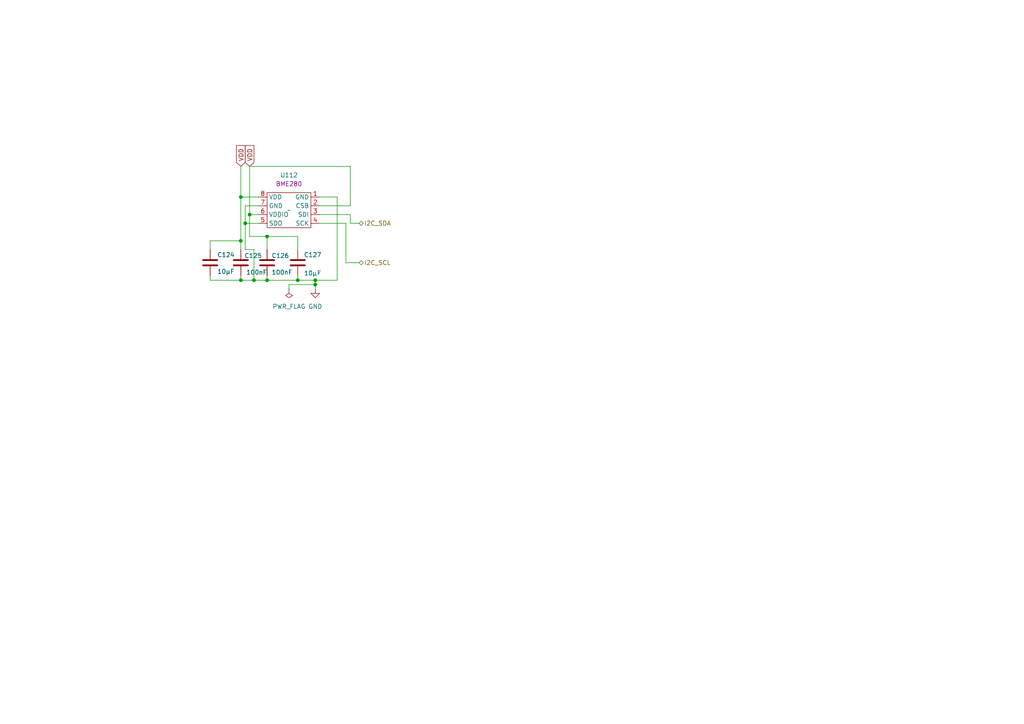
<source format=kicad_sch>
(kicad_sch (version 20231120) (generator "eeschema") (generator_version "8.0")
  (paper "A4")
  (lib_symbols
    (symbol "Device:C" (pin_numbers hide) (pin_names (offset 0.254))
      (property "Reference" "C" (at 0.635 2.54 0))
      (property "Value" "C" (at 0.635 -2.54 0))
      (symbol "C_0_1"
        (polyline (pts (xy -2.032 -0.762) (xy 2.032 -0.762)) (stroke (width 0.508)))
        (polyline (pts (xy -2.032 0.762) (xy 2.032 0.762)) (stroke (width 0.508)))
      )
      (symbol "C_1_1"
        (pin passive line (at 0 3.81 270) (length 2.794) (name "~") (number "1"))
        (pin passive line (at 0 -3.81 90) (length 2.794) (name "~") (number "2"))
      )
    )
    (symbol "WOBCLibrary:BME280"
      (property "Reference" "U" (at 0 10.16 0))
      (property "シンボル名" "BME280" (at 0 7.62 0))
      (symbol "BME280_0_1"
        (rectangle (start -6.35 5.08) (end 6.35 -5.08))
      )
      (symbol "BME280_1_1"
        (pin input line (at 8.89 3.81 180) (length 2.54) (name "GND") (number "1"))
        (pin input line (at 8.89 1.27 180) (length 2.54) (name "CSB") (number "2"))
        (pin input line (at 8.89 -1.27 180) (length 2.54) (name "SDI") (number "3"))
        (pin input line (at 8.89 -3.81 180) (length 2.54) (name "SCK") (number "4"))
        (pin input line (at -8.89 -3.81 0) (length 2.54) (name "SDO") (number "5"))
        (pin input line (at -8.89 -1.27 0) (length 2.54) (name "VDDIO") (number "6"))
        (pin input line (at -8.89 1.27 0) (length 2.54) (name "GND") (number "7"))
        (pin input line (at -8.89 3.81 0) (length 2.54) (name "VDD") (number "8"))
      )
    )
    (symbol "power:GND" (power) (pin_names (offset 0))
      (property "Value" "GND" (at 0 -3.81 0))
      (symbol "GND_0_1"
        (polyline (pts (xy 0 0) (xy 0 -1.27) (xy 1.27 -1.27) (xy 0 -2.54) (xy -1.27 -1.27) (xy 0 -1.27)))
      )
      (symbol "GND_1_1"
        (pin power_in line (at 0 0 270) (length 0) hide (name "GND") (number "1"))
      )
    )
    (symbol "power:PWR_FLAG" (power) (pin_numbers hide) (pin_names (offset 0) hide)
      (property "Value" "PWR_FLAG" (at 0 3.81 0))
      (symbol "PWR_FLAG_0_0"
        (pin power_out line (at 0 0 90) (length 0) (name "pwr") (number "1"))
      )
      (symbol "PWR_FLAG_0_1"
        (polyline (pts (xy 0 0) (xy 0 1.27) (xy -1.016 1.905) (xy 0 2.54) (xy 1.016 1.905) (xy 0 1.27)))
      )
    )
  )
  (junction (at 86.36 81.28))
  (junction (at 69.85 69.85))
  (junction (at 77.47 81.28))
  (junction (at 77.47 68.58))
  (junction (at 71.12 64.77))
  (junction (at 69.85 57.15))
  (junction (at 73.66 81.28))
  (junction (at 69.85 81.28))
  (junction (at 91.44 81.28))
  (junction (at 91.44 82.55))
  (junction (at 72.39 62.23))
  (wire (pts (xy 101.6 64.77) (xy 104.14 64.77)))
  (wire (pts (xy 73.66 81.28) (xy 77.47 81.28)))
  (wire (pts (xy 60.96 69.85) (xy 69.85 69.85)))
  (wire (pts (xy 97.79 81.28) (xy 97.79 57.15)))
  (wire (pts (xy 83.82 82.55) (xy 91.44 82.55)))
  (wire (pts (xy 92.71 64.77) (xy 100.33 64.77)))
  (wire (pts (xy 92.71 62.23) (xy 101.6 62.23)))
  (wire (pts (xy 71.12 64.77) (xy 71.12 72.39)))
  (wire (pts (xy 71.12 64.77) (xy 74.93 64.77)))
  (wire (pts (xy 97.79 57.15) (xy 92.71 57.15)))
  (wire (pts (xy 91.44 81.28) (xy 91.44 82.55)))
  (wire (pts (xy 69.85 69.85) (xy 69.85 72.39)))
  (wire (pts (xy 86.36 72.39) (xy 86.36 68.58)))
  (wire (pts (xy 69.85 57.15) (xy 69.85 69.85)))
  (wire (pts (xy 69.85 57.15) (xy 74.93 57.15)))
  (wire (pts (xy 72.39 62.23) (xy 74.93 62.23)))
  (wire (pts (xy 77.47 81.28) (xy 86.36 81.28)))
  (wire (pts (xy 100.33 64.77) (xy 100.33 76.2)))
  (wire (pts (xy 73.66 72.39) (xy 73.66 81.28)))
  (wire (pts (xy 72.39 48.26) (xy 101.6 48.26)))
  (wire (pts (xy 83.82 83.82) (xy 83.82 82.55)))
  (wire (pts (xy 60.96 72.39) (xy 60.96 69.85)))
  (wire (pts (xy 60.96 81.28) (xy 69.85 81.28)))
  (wire (pts (xy 101.6 62.23) (xy 101.6 64.77)))
  (wire (pts (xy 86.36 68.58) (xy 77.47 68.58)))
  (wire (pts (xy 71.12 59.69) (xy 71.12 64.77)))
  (wire (pts (xy 69.85 80.01) (xy 69.85 81.28)))
  (wire (pts (xy 69.85 48.26) (xy 69.85 57.15)))
  (wire (pts (xy 86.36 80.01) (xy 86.36 81.28)))
  (wire (pts (xy 72.39 68.58) (xy 77.47 68.58)))
  (wire (pts (xy 91.44 81.28) (xy 97.79 81.28)))
  (wire (pts (xy 72.39 48.26) (xy 72.39 62.23)))
  (wire (pts (xy 69.85 81.28) (xy 73.66 81.28)))
  (wire (pts (xy 77.47 68.58) (xy 77.47 72.39)))
  (wire (pts (xy 86.36 81.28) (xy 91.44 81.28)))
  (wire (pts (xy 71.12 72.39) (xy 73.66 72.39)))
  (wire (pts (xy 100.33 76.2) (xy 104.14 76.2)))
  (wire (pts (xy 60.96 80.01) (xy 60.96 81.28)))
  (wire (pts (xy 91.44 82.55) (xy 91.44 83.82)))
  (wire (pts (xy 77.47 80.01) (xy 77.47 81.28)))
  (wire (pts (xy 74.93 59.69) (xy 71.12 59.69)))
  (wire (pts (xy 101.6 59.69) (xy 92.71 59.69)))
  (wire (pts (xy 72.39 62.23) (xy 72.39 68.58)))
  (wire (pts (xy 101.6 48.26) (xy 101.6 59.69)))
  (global_label "VDD" (shape input) (at 69.85 48.26 90) (property "Intersheetrefs" "${INTERSHEET_REFS}" (effects (hide yes))))
  (global_label "VDD" (shape input) (at 72.39 48.26 90) (property "Intersheetrefs" "${INTERSHEET_REFS}" (effects (hide yes))))
  (hierarchical_label "I2C_SCL" (shape bidirectional) (at 104.14 76.2 0))
  (hierarchical_label "I2C_SDA" (shape bidirectional) (at 104.14 64.77 0))
  (symbol (lib_id "Device:C") (at 86.36 76.2 0) (unit 1)
    (property "Reference" "C127" (at 88.138 73.914 0) (effects (justify left)))
    (property "Value" "10μF" (at 88.138 79.248 0) (effects (justify left)))
    (property "Footprint" "Capacitor_SMD:C_0603_1608Metric" (effects (hide yes)))
    (property "LCSC" "C96446" (effects (hide yes)))
  )
  (symbol (lib_id "WOBCLibrary:BME280") (at 83.82 60.96 0) (unit 1)
    (property "Reference" "U112" (at 83.82 50.8 0))
    (property "Value" "~" (at 83.82 60.96 0))
    (property "Footprint" "WOBClibrary:BME280" (effects (hide yes)))
    (property "シンボル名" "BME280" (at 83.82 53.34 0))
    (property "LCSC" "C92489" (effects (hide yes)))
  )
  (symbol (lib_id "Device:C") (at 69.85 76.2 0) (unit 1)
    (property "Reference" "C125" (at 70.866 74.168 0) (effects (justify left)))
    (property "Value" "100nF" (at 71.374 78.994 0) (effects (justify left)))
    (property "Footprint" "Capacitor_SMD:C_0402_1005Metric" (effects (hide yes)))
    (property "LCSC" "C1525" (effects (hide yes)))
  )
  (symbol (lib_id "power:GND") (at 91.44 83.82 0) (unit 1)
    (property "Reference" "#PWR0163" (effects (hide yes)))
    (property "Value" "GND" (at 91.44 88.9 0))
  )
  (symbol (lib_id "Device:C") (at 77.47 76.2 0) (unit 1)
    (property "Reference" "C126" (at 78.74 74.168 0) (effects (justify left)))
    (property "Value" "100nF" (at 78.74 78.994 0) (effects (justify left)))
    (property "Footprint" "Capacitor_SMD:C_0402_1005Metric" (effects (hide yes)))
    (property "LCSC" "C1525" (effects (hide yes)))
  )
  (symbol (lib_id "Device:C") (at 60.96 76.2 0) (unit 1)
    (property "Reference" "C124" (at 62.992 73.914 0) (effects (justify left)))
    (property "Value" "10μF" (at 62.992 78.74 0) (effects (justify left)))
    (property "Footprint" "Capacitor_SMD:C_0603_1608Metric" (effects (hide yes)))
    (property "LCSC" "C96446" (effects (hide yes)))
  )
  (symbol (lib_id "power:PWR_FLAG") (at 83.82 83.82 180) (unit 1)
    (property "Reference" "#FLG0101" (effects (hide yes)))
    (property "Value" "PWR_FLAG" (at 83.82 88.9 0))
  )
)
</source>
